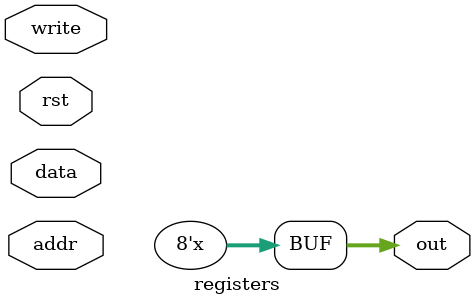
<source format=v>
module registers(
input [1:0] addr,
input [7:0] data,
input rst,write,
output reg [7:0]out

    );
    
    reg [7:0] rA;
    reg [7:0] rB;
    reg [7:0] rC;
    reg [7:0] rD;
    
    always @(*)
   
    begin
        if (rst) begin
            case(addr)
            2'b00:rA=8'b00000000;
            2'b01:rB=8'b00000000;
            2'b10:rC=8'b00000000;
            2'b11:rD=8'b00000000;
            endcase

        end
        else if (write) begin
            case(addr)
            2'b00:rA=data;
            2'b01:rB=data;
            2'b10:rC=data;
            2'b11:rD=data;
            endcase

        end
        else begin
         case(addr)
            2'b00:out = rA;
            2'b01:out = rB;
            2'b10:out = rC;
            2'b11:out = rD;
        endcase
        end
           
         
    end
endmodule
</source>
